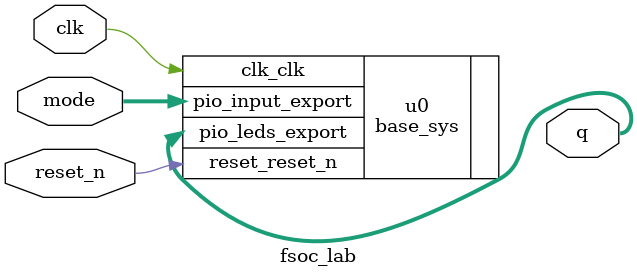
<source format=sv>


module fsoc_lab( // Top level
      (* chip_pin = "M8"  *) input logic clk,
      (* chip_pin = "J21" *) input logic  reset_n,
      (* chip_pin = "H21, H22" *) input logic [1:0] mode,
      (* chip_pin = "C5, B4, A5, C4, B7, A6, C8, C7" *) output logic [7:0] q
      );

    // Instantiate your Nios II core here and interconnect it with the top-level
	 	base_sys u0 (
		.clk_clk          (clk),		// clk.clk
		.reset_reset_n    (reset_n),	// reset.reset_n
		.pio_input_export (mode),		// pio_input.export
		.pio_leds_export  (q)			// pio_leds.export
	   );	 
	 
    // I/O signals ...

endmodule
</source>
